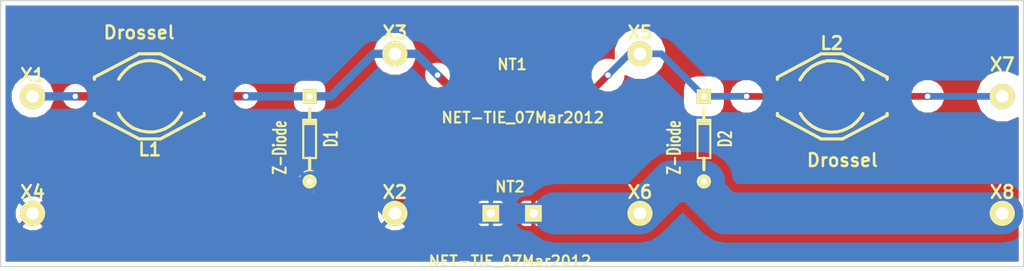
<source format=kicad_pcb>
(kicad_pcb (version 4) (host pcbnew 4.0.0~rc1a-stable)

  (general
    (links 14)
    (no_connects 0)
    (area 120.146458 52.626 248.026543 88.471)
    (thickness 1.6)
    (drawings 4)
    (tracks 50)
    (zones 0)
    (modules 14)
    (nets 8)
  )

  (page A4)
  (layers
    (0 F.Cu signal)
    (31 B.Cu signal)
    (32 B.Adhes user)
    (33 F.Adhes user)
    (34 B.Paste user)
    (35 F.Paste user)
    (36 B.SilkS user)
    (37 F.SilkS user)
    (38 B.Mask user)
    (39 F.Mask user)
    (40 Dwgs.User user)
    (41 Cmts.User user)
    (42 Eco1.User user)
    (43 Eco2.User user)
    (44 Edge.Cuts user)
  )

  (setup
    (last_trace_width 0.3)
    (user_trace_width 0.3)
    (user_trace_width 0.8)
    (user_trace_width 0.8)
    (user_trace_width 1)
    (user_trace_width 2)
    (user_trace_width 2.45)
    (user_trace_width 3)
    (user_trace_width 5)
    (trace_clearance 0.254)
    (zone_clearance 0.508)
    (zone_45_only no)
    (trace_min 0.254)
    (segment_width 0.2)
    (edge_width 0.15)
    (via_size 0.889)
    (via_drill 0.635)
    (via_min_size 0.889)
    (via_min_drill 0.508)
    (uvia_size 0.508)
    (uvia_drill 0.127)
    (uvias_allowed no)
    (uvia_min_size 0.508)
    (uvia_min_drill 0.127)
    (pcb_text_width 0.3)
    (pcb_text_size 1 1)
    (mod_edge_width 0.15)
    (mod_text_size 1 1)
    (mod_text_width 0.15)
    (pad_size 0.6 0.9)
    (pad_drill 0)
    (pad_to_mask_clearance 0)
    (aux_axis_origin 0 0)
    (visible_elements 7FFFFFFF)
    (pcbplotparams
      (layerselection 0x000a8_00000001)
      (usegerberextensions true)
      (excludeedgelayer true)
      (linewidth 0.100000)
      (plotframeref false)
      (viasonmask false)
      (mode 1)
      (useauxorigin false)
      (hpglpennumber 1)
      (hpglpenspeed 20)
      (hpglpendiameter 15)
      (hpglpenoverlay 2)
      (psnegative false)
      (psa4output false)
      (plotreference true)
      (plotvalue true)
      (plotinvisibletext false)
      (padsonsilk false)
      (subtractmaskfromsilk false)
      (outputformat 1)
      (mirror false)
      (drillshape 0)
      (scaleselection 1)
      (outputdirectory ""))
  )

  (net 0 "")
  (net 1 GNDPWR)
  (net 2 GND)
  (net 3 "Net-(D2-Pad2)")
  (net 4 "Net-(L1-Pad1)")
  (net 5 "Net-(L2-Pad1)")
  (net 6 /Input)
  (net 7 /NettieNT1)

  (net_class Default "This is the default net class."
    (clearance 0.254)
    (trace_width 0.254)
    (via_dia 0.889)
    (via_drill 0.635)
    (uvia_dia 0.508)
    (uvia_drill 0.127)
  )

  (net_class CopperInFootprint ""
    (clearance 3)
    (trace_width 1)
    (via_dia 0.889)
    (via_drill 0.635)
    (uvia_dia 0.508)
    (uvia_drill 0.127)
    (add_net /NettieNT1)
  )

  (net_class GND ""
    (clearance 1)
    (trace_width 5)
    (via_dia 0.889)
    (via_drill 0.635)
    (uvia_dia 0.508)
    (uvia_drill 0.127)
    (add_net GND)
  )

  (net_class GND-2 ""
    (clearance 2)
    (trace_width 2)
    (via_dia 0.889)
    (via_drill 0.635)
    (uvia_dia 0.508)
    (uvia_drill 0.127)
    (add_net GNDPWR)
  )

  (net_class coplanar50-Ohm ""
    (clearance 1)
    (trace_width 2.45)
    (via_dia 0.889)
    (via_drill 0.635)
    (uvia_dia 0.508)
    (uvia_drill 0.127)
  )

  (net_class schmal ""
    (clearance 0.3)
    (trace_width 0.3)
    (via_dia 0.889)
    (via_drill 0.635)
    (uvia_dia 0.508)
    (uvia_drill 0.127)
  )

  (net_class test-2 ""
    (clearance 1)
    (trace_width 1)
    (via_dia 0.889)
    (via_drill 0.635)
    (uvia_dia 0.508)
    (uvia_drill 0.127)
    (add_net /Input)
    (add_net "Net-(L1-Pad1)")
  )

  (net_class test-3 ""
    (clearance 1.5)
    (trace_width 0.8)
    (via_dia 0.889)
    (via_drill 0.635)
    (uvia_dia 0.508)
    (uvia_drill 0.127)
    (add_net "Net-(D2-Pad2)")
    (add_net "Net-(L2-Pad1)")
  )

  (module Oddities_RevA_10Mar2011:NetTie-I_Connected_SMD_RevA_20Mar2011 (layer F.Cu) (tedit 56C7657B) (tstamp 56C755D3)
    (at 184.404 64.897)
    (descr "Just a \"Net tie\" as an more or less elegant way to connect two different nets without disturbing ERC and DRC.")
    (tags "Just a \"Net tie\" as an more or less elegant way to connect two different nets without disturbing ERC and DRC.")
    (path /56C74BA6)
    (fp_text reference NT1 (at -0.254 -3.937) (layer F.SilkS)
      (effects (font (size 1.27 1.27) (thickness 0.254)))
    )
    (fp_text value NET-TIE_07Mar2012 (at 1.016 2.413) (layer F.SilkS)
      (effects (font (size 1.27 1.27) (thickness 0.254)))
    )
    (pad 1 smd rect (at -2.54 0) (size 1.99898 1.99898) (layers F.Cu F.Paste F.Mask)
      (net 6 /Input))
    (pad 2 smd rect (at 6.7 0) (size 1.99898 1.99898) (layers F.Cu F.Paste F.Mask)
      (net 3 "Net-(D2-Pad2)"))
  )

  (module Oddities_RevA_10Mar2011:NetTie-I_RevA_20Mar2011 (layer F.Cu) (tedit 56C75FB8) (tstamp 56C755EB)
    (at 184.15 78.74)
    (descr "Just a \"Net tie\" as an more or less elegant way to connect two different nets without disturbing ERC and DRC. Make connection between 1 and 2 by yourself.")
    (tags "Just a \"Net tie\" as an more or less elegant way to connect two different nets without disturbing ERC and DRC. Make connection between 1 and 2 by yourself.")
    (path /56C7680C)
    (fp_text reference NT2 (at -0.254 -3.175) (layer F.SilkS)
      (effects (font (size 1.27 1.27) (thickness 0.254)))
    )
    (fp_text value NET-TIE_07Mar2012 (at -0.254 5.715) (layer F.SilkS)
      (effects (font (size 1.27 1.27) (thickness 0.254)))
    )
    (pad 1 thru_hole rect (at -2.54 0) (size 1.99898 1.99898) (drill 1.00076) (layers *.Cu *.Mask F.SilkS)
      (net 1 GNDPWR))
    (pad 2 thru_hole rect (at 2.54 0) (size 1.99898 1.99898) (drill 1.00076) (layers *.Cu *.Mask F.SilkS)
      (net 2 GND))
  )

  (module Dioden_ThroughHole_RevC:Diode_DO-35_SOD27_Horizontal_RM10 (layer F.Cu) (tedit 4D93C165) (tstamp 56C753C4)
    (at 160.02 69.85 90)
    (descr "Diode, DO-35,  SOD27, Horizontal, RM 10mm")
    (tags "Diode, DO-35, SOD27, Horizontal, RM 10mm, 1N4148,")
    (path /5588715E)
    (fp_text reference D1 (at 0 2.54 90) (layer F.SilkS)
      (effects (font (size 1.524 1.016) (thickness 0.254)))
    )
    (fp_text value Z-Diode (at -1.016 -3.556 90) (layer F.SilkS)
      (effects (font (size 1.524 1.016) (thickness 0.254)))
    )
    (fp_line (start -2.286 0) (end -3.683 0) (layer F.SilkS) (width 0.381))
    (fp_line (start 2.159 0) (end 3.683 0) (layer F.SilkS) (width 0.381))
    (fp_line (start 1.778 -0.762) (end 1.778 0.762) (layer F.SilkS) (width 0.254))
    (fp_line (start 2.032 -0.762) (end 2.032 0.762) (layer F.SilkS) (width 0.254))
    (fp_line (start 2.286 0) (end 2.286 0.762) (layer F.SilkS) (width 0.254))
    (fp_line (start 2.286 0.762) (end -2.286 0.762) (layer F.SilkS) (width 0.254))
    (fp_line (start -2.286 0.762) (end -2.286 -0.762) (layer F.SilkS) (width 0.254))
    (fp_line (start -2.286 -0.762) (end 2.286 -0.762) (layer F.SilkS) (width 0.254))
    (fp_line (start 2.286 -0.762) (end 2.286 0) (layer F.SilkS) (width 0.254))
    (pad 1 thru_hole circle (at -5.08 0 90) (size 1.69926 1.69926) (drill 0.70104) (layers *.Cu *.Mask F.SilkS)
      (net 1 GNDPWR))
    (pad 2 thru_hole rect (at 5.08 0 90) (size 1.69926 1.69926) (drill 0.70104) (layers *.Cu *.Mask F.SilkS)
      (net 6 /Input))
    (model discret/diode.wrl
      (at (xyz 0 0 0))
      (scale (xyz 0.4 0.4 0.4))
      (rotate (xyz 0 0 0))
    )
  )

  (module Dioden_ThroughHole_RevC:Diode_DO-35_SOD27_Horizontal_RM10 (layer F.Cu) (tedit 4D93C165) (tstamp 56C753CA)
    (at 207.01 69.85 90)
    (descr "Diode, DO-35,  SOD27, Horizontal, RM 10mm")
    (tags "Diode, DO-35, SOD27, Horizontal, RM 10mm, 1N4148,")
    (path /56C74D20)
    (fp_text reference D2 (at 0 2.54 90) (layer F.SilkS)
      (effects (font (size 1.524 1.016) (thickness 0.254)))
    )
    (fp_text value Z-Diode (at -1.016 -3.556 90) (layer F.SilkS)
      (effects (font (size 1.524 1.016) (thickness 0.254)))
    )
    (fp_line (start -2.286 0) (end -3.683 0) (layer F.SilkS) (width 0.381))
    (fp_line (start 2.159 0) (end 3.683 0) (layer F.SilkS) (width 0.381))
    (fp_line (start 1.778 -0.762) (end 1.778 0.762) (layer F.SilkS) (width 0.254))
    (fp_line (start 2.032 -0.762) (end 2.032 0.762) (layer F.SilkS) (width 0.254))
    (fp_line (start 2.286 0) (end 2.286 0.762) (layer F.SilkS) (width 0.254))
    (fp_line (start 2.286 0.762) (end -2.286 0.762) (layer F.SilkS) (width 0.254))
    (fp_line (start -2.286 0.762) (end -2.286 -0.762) (layer F.SilkS) (width 0.254))
    (fp_line (start -2.286 -0.762) (end 2.286 -0.762) (layer F.SilkS) (width 0.254))
    (fp_line (start 2.286 -0.762) (end 2.286 0) (layer F.SilkS) (width 0.254))
    (pad 1 thru_hole circle (at -5.08 0 90) (size 1.69926 1.69926) (drill 0.70104) (layers *.Cu *.Mask F.SilkS)
      (net 2 GND))
    (pad 2 thru_hole rect (at 5.08 0 90) (size 1.69926 1.69926) (drill 0.70104) (layers *.Cu *.Mask F.SilkS)
      (net 3 "Net-(D2-Pad2)"))
    (model discret/diode.wrl
      (at (xyz 0 0 0))
      (scale (xyz 0.4 0.4 0.4))
      (rotate (xyz 0 0 0))
    )
  )

  (module Choke_SMD_RevB_28Dez2012:Choke_SMD_PISN_FASTRON (layer F.Cu) (tedit 4BF41A3D) (tstamp 56C753D0)
    (at 140.97 64.77 180)
    (descr "Choke, Drossel, PISN, SMD, Fastron,")
    (tags "Choke, Drossel, PISN, SMD, Fastron,")
    (path /55886A40)
    (fp_text reference L1 (at 0 -6.35 180) (layer F.SilkS)
      (effects (font (thickness 0.3048)))
    )
    (fp_text value Drossel (at 1.27 7.62 180) (layer F.SilkS)
      (effects (font (thickness 0.3048)))
    )
    (fp_line (start 0 -0.254) (end 0 0.254) (layer F.Adhes) (width 0.381))
    (fp_circle (center 0 0) (end 0.254 1.016) (layer F.Adhes) (width 0.381))
    (fp_circle (center 0 0) (end 0.254 0.762) (layer F.Adhes) (width 0.381))
    (fp_circle (center 0 0) (end 0 0.508) (layer F.Adhes) (width 0.381))
    (fp_circle (center 0 0) (end 0.254 0) (layer F.Adhes) (width 0.381))
    (fp_line (start 0 -4.25704) (end -0.54864 -4.24688) (layer F.SilkS) (width 0.381))
    (fp_line (start -0.54864 -4.24688) (end -1.143 -4.10972) (layer F.SilkS) (width 0.381))
    (fp_line (start -1.143 -4.10972) (end -1.73736 -3.90652) (layer F.SilkS) (width 0.381))
    (fp_line (start -1.73736 -3.90652) (end -2.34696 -3.57124) (layer F.SilkS) (width 0.381))
    (fp_line (start -2.34696 -3.57124) (end -2.86004 -3.175) (layer F.SilkS) (width 0.381))
    (fp_line (start -2.86004 -3.175) (end -3.26136 -2.76352) (layer F.SilkS) (width 0.381))
    (fp_line (start -3.26136 -2.76352) (end -3.61188 -2.27076) (layer F.SilkS) (width 0.381))
    (fp_line (start -3.61188 -2.27076) (end -3.7846 -1.97104) (layer F.SilkS) (width 0.381))
    (fp_line (start -3.7846 -1.97104) (end -3.7846 -1.98628) (layer F.SilkS) (width 0.381))
    (fp_line (start -0.0254 -4.25704) (end 0.44704 -4.22656) (layer F.SilkS) (width 0.381))
    (fp_line (start 0.44704 -4.22656) (end 1.143 -4.09956) (layer F.SilkS) (width 0.381))
    (fp_line (start 1.143 -4.09956) (end 1.97612 -3.79984) (layer F.SilkS) (width 0.381))
    (fp_line (start 1.97612 -3.79984) (end 2.57048 -3.4036) (layer F.SilkS) (width 0.381))
    (fp_line (start 2.57048 -3.4036) (end 3.11912 -2.90068) (layer F.SilkS) (width 0.381))
    (fp_line (start 3.11912 -2.90068) (end 3.52044 -2.41808) (layer F.SilkS) (width 0.381))
    (fp_line (start 3.52044 -2.41808) (end 3.74904 -1.99644) (layer F.SilkS) (width 0.381))
    (fp_line (start 0 4.28244) (end -0.40132 4.24688) (layer F.SilkS) (width 0.381))
    (fp_line (start -0.40132 4.24688) (end -0.99568 4.14528) (layer F.SilkS) (width 0.381))
    (fp_line (start -0.99568 4.14528) (end -1.69164 3.91668) (layer F.SilkS) (width 0.381))
    (fp_line (start -1.69164 3.91668) (end -2.35712 3.55092) (layer F.SilkS) (width 0.381))
    (fp_line (start -2.35712 3.55092) (end -2.88036 3.13944) (layer F.SilkS) (width 0.381))
    (fp_line (start -2.88036 3.13944) (end -3.41884 2.5654) (layer F.SilkS) (width 0.381))
    (fp_line (start -3.41884 2.5654) (end -3.74904 2.032) (layer F.SilkS) (width 0.381))
    (fp_line (start 0 4.27228) (end 0.59436 4.23672) (layer F.SilkS) (width 0.381))
    (fp_line (start 0.59436 4.23672) (end 1.22428 4.09956) (layer F.SilkS) (width 0.381))
    (fp_line (start 1.22428 4.09956) (end 1.81864 3.84556) (layer F.SilkS) (width 0.381))
    (fp_line (start 1.81864 3.84556) (end 2.3876 3.54076) (layer F.SilkS) (width 0.381))
    (fp_line (start 2.3876 3.54076) (end 2.91592 3.08356) (layer F.SilkS) (width 0.381))
    (fp_line (start 2.91592 3.08356) (end 3.38328 2.5654) (layer F.SilkS) (width 0.381))
    (fp_line (start 3.38328 2.5654) (end 3.71348 2.05232) (layer F.SilkS) (width 0.381))
    (fp_line (start -1.27 -5.08) (end 1.27 -5.08) (layer F.SilkS) (width 0.381))
    (fp_line (start -1.27 5.08) (end 1.27 5.08) (layer F.SilkS) (width 0.381))
    (fp_line (start 1.27 5.08) (end 6.604 2.286) (layer F.SilkS) (width 0.381))
    (fp_line (start 6.604 2.286) (end 6.604 2.032) (layer F.SilkS) (width 0.381))
    (fp_line (start -1.27 5.08) (end -6.477 2.286) (layer F.SilkS) (width 0.381))
    (fp_line (start -6.477 2.286) (end -6.477 2.032) (layer F.SilkS) (width 0.381))
    (fp_line (start 1.27 -5.08) (end 6.604 -2.286) (layer F.SilkS) (width 0.381))
    (fp_line (start 6.604 -2.286) (end 6.604 -2.032) (layer F.SilkS) (width 0.381))
    (fp_line (start -6.477 -2.286) (end -6.477 -2.032) (layer F.SilkS) (width 0.381))
    (fp_line (start -1.27 -5.08) (end -6.477 -2.286) (layer F.SilkS) (width 0.381))
    (pad 2 smd rect (at -5.15112 0.01016 180) (size 2.99974 2.99974) (layers F.Cu F.Paste F.Mask)
      (net 6 /Input))
    (pad 1 smd rect (at 5.1816 0 180) (size 2.99974 2.99974) (layers F.Cu F.Paste F.Mask)
      (net 4 "Net-(L1-Pad1)"))
  )

  (module Choke_SMD_RevB_28Dez2012:Choke_SMD_PISN_FASTRON (layer F.Cu) (tedit 4BF41A3D) (tstamp 56C753D6)
    (at 222.25 64.77)
    (descr "Choke, Drossel, PISN, SMD, Fastron,")
    (tags "Choke, Drossel, PISN, SMD, Fastron,")
    (path /56C74D26)
    (fp_text reference L2 (at 0 -6.35) (layer F.SilkS)
      (effects (font (thickness 0.3048)))
    )
    (fp_text value Drossel (at 1.27 7.62) (layer F.SilkS)
      (effects (font (thickness 0.3048)))
    )
    (fp_line (start 0 -0.254) (end 0 0.254) (layer F.Adhes) (width 0.381))
    (fp_circle (center 0 0) (end 0.254 1.016) (layer F.Adhes) (width 0.381))
    (fp_circle (center 0 0) (end 0.254 0.762) (layer F.Adhes) (width 0.381))
    (fp_circle (center 0 0) (end 0 0.508) (layer F.Adhes) (width 0.381))
    (fp_circle (center 0 0) (end 0.254 0) (layer F.Adhes) (width 0.381))
    (fp_line (start 0 -4.25704) (end -0.54864 -4.24688) (layer F.SilkS) (width 0.381))
    (fp_line (start -0.54864 -4.24688) (end -1.143 -4.10972) (layer F.SilkS) (width 0.381))
    (fp_line (start -1.143 -4.10972) (end -1.73736 -3.90652) (layer F.SilkS) (width 0.381))
    (fp_line (start -1.73736 -3.90652) (end -2.34696 -3.57124) (layer F.SilkS) (width 0.381))
    (fp_line (start -2.34696 -3.57124) (end -2.86004 -3.175) (layer F.SilkS) (width 0.381))
    (fp_line (start -2.86004 -3.175) (end -3.26136 -2.76352) (layer F.SilkS) (width 0.381))
    (fp_line (start -3.26136 -2.76352) (end -3.61188 -2.27076) (layer F.SilkS) (width 0.381))
    (fp_line (start -3.61188 -2.27076) (end -3.7846 -1.97104) (layer F.SilkS) (width 0.381))
    (fp_line (start -3.7846 -1.97104) (end -3.7846 -1.98628) (layer F.SilkS) (width 0.381))
    (fp_line (start -0.0254 -4.25704) (end 0.44704 -4.22656) (layer F.SilkS) (width 0.381))
    (fp_line (start 0.44704 -4.22656) (end 1.143 -4.09956) (layer F.SilkS) (width 0.381))
    (fp_line (start 1.143 -4.09956) (end 1.97612 -3.79984) (layer F.SilkS) (width 0.381))
    (fp_line (start 1.97612 -3.79984) (end 2.57048 -3.4036) (layer F.SilkS) (width 0.381))
    (fp_line (start 2.57048 -3.4036) (end 3.11912 -2.90068) (layer F.SilkS) (width 0.381))
    (fp_line (start 3.11912 -2.90068) (end 3.52044 -2.41808) (layer F.SilkS) (width 0.381))
    (fp_line (start 3.52044 -2.41808) (end 3.74904 -1.99644) (layer F.SilkS) (width 0.381))
    (fp_line (start 0 4.28244) (end -0.40132 4.24688) (layer F.SilkS) (width 0.381))
    (fp_line (start -0.40132 4.24688) (end -0.99568 4.14528) (layer F.SilkS) (width 0.381))
    (fp_line (start -0.99568 4.14528) (end -1.69164 3.91668) (layer F.SilkS) (width 0.381))
    (fp_line (start -1.69164 3.91668) (end -2.35712 3.55092) (layer F.SilkS) (width 0.381))
    (fp_line (start -2.35712 3.55092) (end -2.88036 3.13944) (layer F.SilkS) (width 0.381))
    (fp_line (start -2.88036 3.13944) (end -3.41884 2.5654) (layer F.SilkS) (width 0.381))
    (fp_line (start -3.41884 2.5654) (end -3.74904 2.032) (layer F.SilkS) (width 0.381))
    (fp_line (start 0 4.27228) (end 0.59436 4.23672) (layer F.SilkS) (width 0.381))
    (fp_line (start 0.59436 4.23672) (end 1.22428 4.09956) (layer F.SilkS) (width 0.381))
    (fp_line (start 1.22428 4.09956) (end 1.81864 3.84556) (layer F.SilkS) (width 0.381))
    (fp_line (start 1.81864 3.84556) (end 2.3876 3.54076) (layer F.SilkS) (width 0.381))
    (fp_line (start 2.3876 3.54076) (end 2.91592 3.08356) (layer F.SilkS) (width 0.381))
    (fp_line (start 2.91592 3.08356) (end 3.38328 2.5654) (layer F.SilkS) (width 0.381))
    (fp_line (start 3.38328 2.5654) (end 3.71348 2.05232) (layer F.SilkS) (width 0.381))
    (fp_line (start -1.27 -5.08) (end 1.27 -5.08) (layer F.SilkS) (width 0.381))
    (fp_line (start -1.27 5.08) (end 1.27 5.08) (layer F.SilkS) (width 0.381))
    (fp_line (start 1.27 5.08) (end 6.604 2.286) (layer F.SilkS) (width 0.381))
    (fp_line (start 6.604 2.286) (end 6.604 2.032) (layer F.SilkS) (width 0.381))
    (fp_line (start -1.27 5.08) (end -6.477 2.286) (layer F.SilkS) (width 0.381))
    (fp_line (start -6.477 2.286) (end -6.477 2.032) (layer F.SilkS) (width 0.381))
    (fp_line (start 1.27 -5.08) (end 6.604 -2.286) (layer F.SilkS) (width 0.381))
    (fp_line (start 6.604 -2.286) (end 6.604 -2.032) (layer F.SilkS) (width 0.381))
    (fp_line (start -6.477 -2.286) (end -6.477 -2.032) (layer F.SilkS) (width 0.381))
    (fp_line (start -1.27 -5.08) (end -6.477 -2.286) (layer F.SilkS) (width 0.381))
    (pad 2 smd rect (at -5.15112 0.01016) (size 2.99974 2.99974) (layers F.Cu F.Paste F.Mask)
      (net 3 "Net-(D2-Pad2)"))
    (pad 1 smd rect (at 5.1816 0) (size 2.99974 2.99974) (layers F.Cu F.Paste F.Mask)
      (net 5 "Net-(L2-Pad1)"))
  )

  (module Measurement_Point_RevA:Measurement_Point_Round-TH_Big (layer F.Cu) (tedit 4BBC4584) (tstamp 56C753DB)
    (at 127 64.77)
    (descr "Mesurement Point, Square, Trough Hole,  DM 3mm, Drill 1.5mm,")
    (tags "Mesurement Point, Square, Trough Hole, DM 3mm, Drill 1.5mm,")
    (path /55886AC6)
    (fp_text reference X1 (at 0 -2.54) (layer F.SilkS)
      (effects (font (thickness 0.3048)))
    )
    (fp_text value "+ IN" (at 0 3.81) (layer F.SilkS) hide
      (effects (font (thickness 0.3048)))
    )
    (pad 1 thru_hole circle (at 0 0) (size 2.99974 2.99974) (drill 1.50114) (layers *.Cu *.Mask F.SilkS)
      (net 4 "Net-(L1-Pad1)"))
  )

  (module Measurement_Point_RevA:Measurement_Point_Round-TH_Big (layer F.Cu) (tedit 4BBC4584) (tstamp 56C753E0)
    (at 170.18 78.74)
    (descr "Mesurement Point, Square, Trough Hole,  DM 3mm, Drill 1.5mm,")
    (tags "Mesurement Point, Square, Trough Hole, DM 3mm, Drill 1.5mm,")
    (path /55886AE2)
    (fp_text reference X2 (at 0 -2.54) (layer F.SilkS)
      (effects (font (thickness 0.3048)))
    )
    (fp_text value -IN (at 0 3.81) (layer F.SilkS) hide
      (effects (font (thickness 0.3048)))
    )
    (pad 1 thru_hole circle (at 0 0) (size 2.99974 2.99974) (drill 1.50114) (layers *.Cu *.Mask F.SilkS)
      (net 1 GNDPWR))
  )

  (module Measurement_Point_RevA:Measurement_Point_Round-TH_Big (layer F.Cu) (tedit 4BBC4584) (tstamp 56C753E5)
    (at 170.18 59.69)
    (descr "Mesurement Point, Square, Trough Hole,  DM 3mm, Drill 1.5mm,")
    (tags "Mesurement Point, Square, Trough Hole, DM 3mm, Drill 1.5mm,")
    (path /55886A7D)
    (fp_text reference X3 (at 0 -2.54) (layer F.SilkS)
      (effects (font (thickness 0.3048)))
    )
    (fp_text value "+ OUT" (at 0 3.81) (layer F.SilkS) hide
      (effects (font (thickness 0.3048)))
    )
    (pad 1 thru_hole circle (at 0 0) (size 2.99974 2.99974) (drill 1.50114) (layers *.Cu *.Mask F.SilkS)
      (net 6 /Input))
  )

  (module Measurement_Point_RevA:Measurement_Point_Round-TH_Big (layer F.Cu) (tedit 4BBC4584) (tstamp 56C753EA)
    (at 127 78.74)
    (descr "Mesurement Point, Square, Trough Hole,  DM 3mm, Drill 1.5mm,")
    (tags "Mesurement Point, Square, Trough Hole, DM 3mm, Drill 1.5mm,")
    (path /55886AA9)
    (fp_text reference X4 (at 0 -2.54) (layer F.SilkS)
      (effects (font (thickness 0.3048)))
    )
    (fp_text value "- OUT" (at 0 3.81) (layer F.SilkS) hide
      (effects (font (thickness 0.3048)))
    )
    (pad 1 thru_hole circle (at 0 0) (size 2.99974 2.99974) (drill 1.50114) (layers *.Cu *.Mask F.SilkS)
      (net 1 GNDPWR))
  )

  (module Measurement_Point_RevA:Measurement_Point_Round-TH_Big (layer F.Cu) (tedit 4BBC4584) (tstamp 56C753EF)
    (at 199.39 59.69)
    (descr "Mesurement Point, Square, Trough Hole,  DM 3mm, Drill 1.5mm,")
    (tags "Mesurement Point, Square, Trough Hole, DM 3mm, Drill 1.5mm,")
    (path /56C74D2C)
    (fp_text reference X5 (at 0 -2.54) (layer F.SilkS)
      (effects (font (thickness 0.3048)))
    )
    (fp_text value "+ OUT" (at 0 3.81) (layer F.SilkS) hide
      (effects (font (thickness 0.3048)))
    )
    (pad 1 thru_hole circle (at 0 0) (size 2.99974 2.99974) (drill 1.50114) (layers *.Cu *.Mask F.SilkS)
      (net 3 "Net-(D2-Pad2)"))
  )

  (module Measurement_Point_RevA:Measurement_Point_Round-TH_Big (layer F.Cu) (tedit 4BBC4584) (tstamp 56C753F4)
    (at 199.39 78.74)
    (descr "Mesurement Point, Square, Trough Hole,  DM 3mm, Drill 1.5mm,")
    (tags "Mesurement Point, Square, Trough Hole, DM 3mm, Drill 1.5mm,")
    (path /56C74D32)
    (fp_text reference X6 (at 0 -2.54) (layer F.SilkS)
      (effects (font (thickness 0.3048)))
    )
    (fp_text value "- OUT" (at 0 3.81) (layer F.SilkS) hide
      (effects (font (thickness 0.3048)))
    )
    (pad 1 thru_hole circle (at 0 0) (size 2.99974 2.99974) (drill 1.50114) (layers *.Cu *.Mask F.SilkS)
      (net 2 GND))
  )

  (module Measurement_Point_RevA:Measurement_Point_Round-TH_Big (layer F.Cu) (tedit 56C758C4) (tstamp 56C753F9)
    (at 242.189 65.913)
    (descr "Mesurement Point, Square, Trough Hole,  DM 3mm, Drill 1.5mm,")
    (tags "Mesurement Point, Square, Trough Hole, DM 3mm, Drill 1.5mm,")
    (path /56C74D38)
    (fp_text reference X7 (at 0.381 -4.953) (layer F.SilkS)
      (effects (font (thickness 0.3048)))
    )
    (fp_text value "+ IN" (at 0 3.81) (layer F.SilkS) hide
      (effects (font (thickness 0.3048)))
    )
    (pad 1 thru_hole circle (at 0.381 -1.143) (size 2.99974 2.99974) (drill 1.50114) (layers *.Cu *.Mask F.SilkS)
      (net 5 "Net-(L2-Pad1)"))
  )

  (module Measurement_Point_RevA:Measurement_Point_Round-TH_Big (layer F.Cu) (tedit 4BBC4584) (tstamp 56C753FE)
    (at 242.57 78.74)
    (descr "Mesurement Point, Square, Trough Hole,  DM 3mm, Drill 1.5mm,")
    (tags "Mesurement Point, Square, Trough Hole, DM 3mm, Drill 1.5mm,")
    (path /56C74D3E)
    (fp_text reference X8 (at 0 -2.54) (layer F.SilkS)
      (effects (font (thickness 0.3048)))
    )
    (fp_text value -IN (at 0 3.81) (layer F.SilkS) hide
      (effects (font (thickness 0.3048)))
    )
    (pad 1 thru_hole circle (at 0 0) (size 2.99974 2.99974) (drill 1.50114) (layers *.Cu *.Mask F.SilkS)
      (net 2 GND))
  )

  (gr_line (start 245.11 85.09) (end 245.11 53.34) (angle 90) (layer Edge.Cuts) (width 0.15))
  (gr_line (start 123.19 85.09) (end 245.11 85.09) (angle 90) (layer Edge.Cuts) (width 0.15))
  (gr_line (start 123.19 53.34) (end 123.19 85.09) (angle 90) (layer Edge.Cuts) (width 0.15))
  (gr_line (start 245.11 53.34) (end 123.19 53.34) (angle 90) (layer Edge.Cuts) (width 0.15))

  (segment (start 182.504 64.897) (end 190.604 64.897) (layer F.Cu) (width 1.2) (net 7))
  (segment (start 170.18 78.74) (end 170.18 78.12) (width 2) (layer F.Cu) (net 1))
  (segment (start 170.18 78.12) (end 174.9 73.4) (width 2) (layer F.Cu) (net 1) (tstamp 56C79FF1))
  (segment (start 174.9 73.4) (end 174.9 73.3) (width 2) (layer F.Cu) (net 1) (tstamp 56C79FF4))
  (segment (start 170.18 78.74) (end 170.18 77.47) (width 0.3) (layer F.Cu) (net 1))
  (segment (start 181.61 78.74) (end 186.69 78.74) (width 2.45) (layer B.Cu) (net 1))
  (segment (start 170.18 78.74) (end 181.61 78.74) (width 2.45) (layer B.Cu) (net 1))
  (segment (start 160.02 74.93) (end 166.37 74.93) (width 2.45) (layer B.Cu) (net 1))
  (segment (start 166.37 74.93) (end 170.18 78.74) (width 2.45) (layer B.Cu) (net 1) (tstamp 56C761A7))
  (segment (start 127 78.74) (end 156.21 78.74) (width 2.45) (layer B.Cu) (net 1))
  (segment (start 156.21 78.74) (end 160.02 74.93) (width 2.45) (layer B.Cu) (net 1) (tstamp 56C761A1))
  (segment (start 189.23 78.74) (end 186.69 78.74) (width 2.45) (layer B.Cu) (net 2))
  (segment (start 199.39 78.74) (end 189.23 78.74) (width 5) (layer B.Cu) (net 2))
  (segment (start 189.23 78.74) (end 190.5 78.74) (width 5) (layer B.Cu) (net 2) (tstamp 56C7616C))
  (segment (start 207.01 74.93) (end 203.2 74.93) (width 5) (layer B.Cu) (net 2))
  (segment (start 203.2 74.93) (end 199.39 78.74) (width 5) (layer B.Cu) (net 2) (tstamp 56C76168))
  (segment (start 242.57 78.74) (end 214.63 78.74) (width 5) (layer B.Cu) (net 2))
  (segment (start 207.01 76.2) (end 207.01 74.93) (width 5) (layer B.Cu) (net 2) (tstamp 56C76162))
  (segment (start 209.55 78.74) (end 207.01 76.2) (width 5) (layer B.Cu) (net 2) (tstamp 56C7615E))
  (segment (start 214.63 78.74) (end 209.55 78.74) (width 5) (layer B.Cu) (net 2) (tstamp 56C7615A))
  (segment (start 199.39 59.69) (end 198.12 59.69) (width 0.8) (layer B.Cu) (net 3))
  (segment (start 198.12 59.69) (end 195.58 62.23) (width 0.8) (layer B.Cu) (net 3) (tstamp 56C765F7))
  (segment (start 193.04 64.77) (end 191.231 64.77) (width 0.8) (layer F.Cu) (net 3) (tstamp 56C76601))
  (segment (start 195.58 62.23) (end 193.04 64.77) (width 0.8) (layer F.Cu) (net 3) (tstamp 56C76600))
  (via (at 195.58 62.23) (size 0.889) (drill 0.635) (layers F.Cu B.Cu) (net 3))
  (segment (start 191.231 64.77) (end 191.104 64.897) (width 0.8) (layer F.Cu) (net 3) (tstamp 56C76602))
  (segment (start 199.39 59.69) (end 201.93 59.69) (width 0.8) (layer B.Cu) (net 3))
  (segment (start 201.93 59.69) (end 207.01 64.77) (width 0.8) (layer B.Cu) (net 3) (tstamp 56C76139))
  (segment (start 207.01 64.77) (end 212.09 64.77) (width 0.8) (layer B.Cu) (net 3))
  (segment (start 212.10016 64.78016) (end 217.09888 64.78016) (width 0.8) (layer F.Cu) (net 3) (tstamp 56C76150))
  (segment (start 212.09 64.77) (end 212.10016 64.78016) (width 0.8) (layer F.Cu) (net 3) (tstamp 56C7614F))
  (via (at 212.09 64.77) (size 0.889) (drill 0.635) (layers F.Cu B.Cu) (net 3))
  (segment (start 127 64.77) (end 132.08 64.77) (width 1) (layer B.Cu) (net 4))
  (segment (start 132.08 64.77) (end 135.7884 64.77) (width 1) (layer F.Cu) (net 4) (tstamp 56C75E07))
  (via (at 132.08 64.77) (size 0.889) (drill 0.635) (layers F.Cu B.Cu) (net 4))
  (segment (start 227.4316 64.77) (end 233.68 64.77) (width 0.8) (layer F.Cu) (net 5))
  (segment (start 233.68 64.77) (end 242.57 64.77) (width 0.8) (layer B.Cu) (net 5) (tstamp 56C76156))
  (via (at 233.68 64.77) (size 0.889) (drill 0.635) (layers F.Cu B.Cu) (net 5))
  (segment (start 182.504 64.897) (end 190.604 64.897) (width 1.2) (layer F.Cu) (net 6))
  (segment (start 170.18 59.69) (end 172.72 59.69) (width 1) (layer B.Cu) (net 6))
  (segment (start 177.927 64.897) (end 181.864 64.897) (width 1) (layer F.Cu) (net 6) (tstamp 56C76117))
  (segment (start 175.26 62.23) (end 177.927 64.897) (width 1) (layer F.Cu) (net 6) (tstamp 56C76116))
  (via (at 175.26 62.23) (size 0.889) (drill 0.635) (layers F.Cu B.Cu) (net 6))
  (segment (start 172.72 59.69) (end 175.26 62.23) (width 1) (layer B.Cu) (net 6) (tstamp 56C76111))
  (segment (start 160.02 64.77) (end 162.56 64.77) (width 1) (layer B.Cu) (net 6))
  (segment (start 167.64 59.69) (end 170.18 59.69) (width 1) (layer B.Cu) (net 6) (tstamp 56C7610D))
  (segment (start 162.56 64.77) (end 167.64 59.69) (width 1) (layer B.Cu) (net 6) (tstamp 56C7610A))
  (segment (start 146.12112 64.75984) (end 152.38984 64.75984) (width 1) (layer F.Cu) (net 6))
  (segment (start 152.4 64.77) (end 160.02 64.77) (width 1) (layer B.Cu) (net 6) (tstamp 56C76105))
  (via (at 152.4 64.77) (size 0.889) (drill 0.635) (layers F.Cu B.Cu) (net 6))
  (segment (start 152.38984 64.75984) (end 152.4 64.77) (width 1) (layer F.Cu) (net 6) (tstamp 56C760FE))

  (zone (net 2) (net_name GND) (layer F.Cu) (tstamp 56C76701) (hatch edge 0.508)
    (connect_pads (clearance 0.508))
    (min_thickness 0.254)
    (fill yes (arc_segments 16) (thermal_gap 0.508) (thermal_bridge_width 0.508))
    (polygon
      (pts
        (xy 123.19 53.34) (xy 245.11 53.34) (xy 245.11 85.09) (xy 123.19 85.09)
      )
    )
    (filled_polygon
      (pts
        (xy 244.4 62.177271) (xy 244.343542 62.120714) (xy 243.194702 61.643674) (xy 241.950756 61.642588) (xy 240.801084 62.117623)
        (xy 239.920714 62.996458) (xy 239.443674 64.145298) (xy 239.442588 65.389244) (xy 239.917623 66.538916) (xy 240.796458 67.419286)
        (xy 241.945298 67.896326) (xy 243.189244 67.897412) (xy 244.338916 67.422377) (xy 244.4 67.3614) (xy 244.4 77.564176)
        (xy 244.083877 77.405728) (xy 242.749605 78.74) (xy 244.083877 80.074272) (xy 244.4 79.915824) (xy 244.4 84.38)
        (xy 123.9 84.38) (xy 123.9 80.734908) (xy 123.923496 80.791773) (xy 124.942861 81.812918) (xy 126.275406 82.366239)
        (xy 127.718264 82.367499) (xy 129.051773 81.816504) (xy 130.072918 80.797139) (xy 130.626239 79.464594) (xy 130.626244 79.458264)
        (xy 166.552501 79.458264) (xy 167.103496 80.791773) (xy 168.122861 81.812918) (xy 169.455406 82.366239) (xy 170.898264 82.367499)
        (xy 172.231773 81.816504) (xy 173.252918 80.797139) (xy 173.806239 79.464594) (xy 173.806718 78.915528) (xy 174.981736 77.74051)
        (xy 178.44184 77.74051) (xy 178.44184 79.73949) (xy 178.590154 80.527709) (xy 179.05599 81.25164) (xy 179.766776 81.737299)
        (xy 180.61051 81.90816) (xy 182.60949 81.90816) (xy 183.397709 81.759846) (xy 184.12164 81.29401) (xy 184.607299 80.583224)
        (xy 184.77816 79.73949) (xy 184.77816 79.02575) (xy 185.05551 79.02575) (xy 185.05551 79.8658) (xy 185.152183 80.099189)
        (xy 185.330812 80.277817) (xy 185.564201 80.37449) (xy 186.40425 80.37449) (xy 186.563 80.21574) (xy 186.563 78.867)
        (xy 186.817 78.867) (xy 186.817 80.21574) (xy 186.97575 80.37449) (xy 187.815799 80.37449) (xy 188.049188 80.277817)
        (xy 188.073128 80.253877) (xy 198.055728 80.253877) (xy 198.215495 80.572632) (xy 199.006217 80.882595) (xy 199.855366 80.866367)
        (xy 200.564505 80.572632) (xy 200.724272 80.253877) (xy 241.235728 80.253877) (xy 241.395495 80.572632) (xy 242.186217 80.882595)
        (xy 243.035366 80.866367) (xy 243.744505 80.572632) (xy 243.904272 80.253877) (xy 242.57 78.919605) (xy 241.235728 80.253877)
        (xy 200.724272 80.253877) (xy 199.39 78.919605) (xy 198.055728 80.253877) (xy 188.073128 80.253877) (xy 188.227817 80.099189)
        (xy 188.32449 79.8658) (xy 188.32449 79.02575) (xy 188.16574 78.867) (xy 186.817 78.867) (xy 186.563 78.867)
        (xy 185.21426 78.867) (xy 185.05551 79.02575) (xy 184.77816 79.02575) (xy 184.77816 77.74051) (xy 184.754394 77.6142)
        (xy 185.05551 77.6142) (xy 185.05551 78.45425) (xy 185.21426 78.613) (xy 186.563 78.613) (xy 186.563 77.26426)
        (xy 186.817 77.26426) (xy 186.817 78.613) (xy 188.16574 78.613) (xy 188.32449 78.45425) (xy 188.32449 78.356217)
        (xy 197.247405 78.356217) (xy 197.263633 79.205366) (xy 197.557368 79.914505) (xy 197.876123 80.074272) (xy 199.210395 78.74)
        (xy 199.569605 78.74) (xy 200.903877 80.074272) (xy 201.222632 79.914505) (xy 201.532595 79.123783) (xy 201.517927 78.356217)
        (xy 240.427405 78.356217) (xy 240.443633 79.205366) (xy 240.737368 79.914505) (xy 241.056123 80.074272) (xy 242.390395 78.74)
        (xy 241.056123 77.405728) (xy 240.737368 77.565495) (xy 240.427405 78.356217) (xy 201.517927 78.356217) (xy 201.516367 78.274634)
        (xy 201.222632 77.565495) (xy 200.903877 77.405728) (xy 199.569605 78.74) (xy 199.210395 78.74) (xy 197.876123 77.405728)
        (xy 197.557368 77.565495) (xy 197.247405 78.356217) (xy 188.32449 78.356217) (xy 188.32449 77.6142) (xy 188.227817 77.380811)
        (xy 188.073129 77.226123) (xy 198.055728 77.226123) (xy 199.39 78.560395) (xy 200.724272 77.226123) (xy 241.235728 77.226123)
        (xy 242.57 78.560395) (xy 243.904272 77.226123) (xy 243.744505 76.907368) (xy 242.953783 76.597405) (xy 242.104634 76.613633)
        (xy 241.395495 76.907368) (xy 241.235728 77.226123) (xy 200.724272 77.226123) (xy 200.564505 76.907368) (xy 199.773783 76.597405)
        (xy 198.924634 76.613633) (xy 198.215495 76.907368) (xy 198.055728 77.226123) (xy 188.073129 77.226123) (xy 188.049188 77.202183)
        (xy 187.815799 77.10551) (xy 186.97575 77.10551) (xy 186.817 77.26426) (xy 186.563 77.26426) (xy 186.40425 77.10551)
        (xy 185.564201 77.10551) (xy 185.330812 77.202183) (xy 185.152183 77.380811) (xy 185.05551 77.6142) (xy 184.754394 77.6142)
        (xy 184.629846 76.952291) (xy 184.16401 76.22836) (xy 183.791288 75.97369) (xy 206.145915 75.97369) (xy 206.226142 76.224953)
        (xy 206.781367 76.42635) (xy 207.371399 76.399941) (xy 207.793858 76.224953) (xy 207.874085 75.97369) (xy 207.01 75.109605)
        (xy 206.145915 75.97369) (xy 183.791288 75.97369) (xy 183.453224 75.742701) (xy 182.60949 75.57184) (xy 180.61051 75.57184)
        (xy 179.822291 75.720154) (xy 179.09836 76.18599) (xy 178.612701 76.896776) (xy 178.44184 77.74051) (xy 174.981736 77.74051)
        (xy 177.111123 75.611123) (xy 177.719002 74.701367) (xy 205.51365 74.701367) (xy 205.540059 75.291399) (xy 205.715047 75.713858)
        (xy 205.96631 75.794085) (xy 206.830395 74.93) (xy 207.189605 74.93) (xy 208.05369 75.794085) (xy 208.304953 75.713858)
        (xy 208.50635 75.158633) (xy 208.479941 74.568601) (xy 208.304953 74.146142) (xy 208.05369 74.065915) (xy 207.189605 74.93)
        (xy 206.830395 74.93) (xy 205.96631 74.065915) (xy 205.715047 74.146142) (xy 205.51365 74.701367) (xy 177.719002 74.701367)
        (xy 177.788971 74.596651) (xy 177.930266 73.88631) (xy 206.145915 73.88631) (xy 207.01 74.750395) (xy 207.874085 73.88631)
        (xy 207.793858 73.635047) (xy 207.238633 73.43365) (xy 206.648601 73.460059) (xy 206.226142 73.635047) (xy 206.145915 73.88631)
        (xy 177.930266 73.88631) (xy 178.027 73.4) (xy 178.027 73.3) (xy 177.788971 72.103349) (xy 177.111123 71.088877)
        (xy 176.096651 70.411029) (xy 174.9 70.173) (xy 173.703349 70.411029) (xy 172.688877 71.088877) (xy 172.48751 71.390244)
        (xy 168.274835 75.602919) (xy 168.128227 75.663496) (xy 167.107082 76.682861) (xy 166.553761 78.015406) (xy 166.552501 79.458264)
        (xy 130.626244 79.458264) (xy 130.627499 78.021736) (xy 130.076504 76.688227) (xy 129.057139 75.667082) (xy 128.701701 75.519491)
        (xy 157.042854 75.519491) (xy 157.495064 76.613923) (xy 158.331673 77.451993) (xy 159.425314 77.906113) (xy 160.609491 77.907146)
        (xy 161.703923 77.454936) (xy 162.541993 76.618327) (xy 162.996113 75.524686) (xy 162.997146 74.340509) (xy 162.544936 73.246077)
        (xy 161.708327 72.408007) (xy 160.614686 71.953887) (xy 159.430509 71.952854) (xy 158.336077 72.405064) (xy 157.498007 73.241673)
        (xy 157.043887 74.335314) (xy 157.042854 75.519491) (xy 128.701701 75.519491) (xy 127.724594 75.113761) (xy 126.281736 75.112501)
        (xy 124.948227 75.663496) (xy 123.927082 76.682861) (xy 123.9 76.748082) (xy 123.9 65.290224) (xy 124.372675 65.290224)
        (xy 124.77175 66.256058) (xy 125.510055 66.995653) (xy 126.475191 67.396413) (xy 127.520224 67.397325) (xy 128.486058 66.99825)
        (xy 129.225653 66.259945) (xy 129.626413 65.294809) (xy 129.626871 64.77) (xy 130.453 64.77) (xy 130.508256 65.047792)
        (xy 130.508227 65.081219) (xy 130.521105 65.112385) (xy 130.576848 65.392626) (xy 130.734205 65.628128) (xy 130.74697 65.659021)
        (xy 130.770793 65.682886) (xy 130.929537 65.920463) (xy 131.16504 66.077821) (xy 131.188654 66.101476) (xy 131.219795 66.114407)
        (xy 131.457374 66.273152) (xy 131.735168 66.328409) (xy 131.766038 66.341227) (xy 131.799758 66.341256) (xy 132.08 66.397)
        (xy 133.163372 66.397) (xy 133.218036 66.687511) (xy 133.464861 67.071089) (xy 133.841474 67.328418) (xy 134.28853 67.418949)
        (xy 137.28827 67.418949) (xy 137.705911 67.340364) (xy 138.089489 67.093539) (xy 138.346818 66.716926) (xy 138.437349 66.26987)
        (xy 138.437349 63.27013) (xy 138.435438 63.25997) (xy 143.472171 63.25997) (xy 143.472171 66.25971) (xy 143.550756 66.677351)
        (xy 143.797581 67.060929) (xy 144.174194 67.318258) (xy 144.62125 67.408789) (xy 147.62099 67.408789) (xy 148.038631 67.330204)
        (xy 148.422209 67.083379) (xy 148.679538 66.706766) (xy 148.744325 66.38684) (xy 152.348922 66.38684) (xy 152.4 66.397)
        (xy 152.677792 66.341744) (xy 152.711219 66.341773) (xy 152.742385 66.328895) (xy 153.022626 66.273152) (xy 153.258125 66.115796)
        (xy 153.289021 66.10303) (xy 153.312888 66.079204) (xy 153.550462 65.920462) (xy 153.707818 65.684962) (xy 153.731476 65.661346)
        (xy 153.744408 65.630202) (xy 153.903152 65.392626) (xy 153.958409 65.114832) (xy 153.971227 65.083962) (xy 153.971256 65.050242)
        (xy 154.027 64.77) (xy 153.971744 64.492208) (xy 153.971773 64.458781) (xy 153.958895 64.427615) (xy 153.903152 64.147374)
        (xy 153.751472 63.92037) (xy 158.021291 63.92037) (xy 158.021291 65.61963) (xy 158.099876 66.037271) (xy 158.346701 66.420849)
        (xy 158.723314 66.678178) (xy 159.17037 66.768709) (xy 160.86963 66.768709) (xy 161.287271 66.690124) (xy 161.670849 66.443299)
        (xy 161.928178 66.066686) (xy 162.018709 65.61963) (xy 162.018709 63.92037) (xy 161.940124 63.502729) (xy 161.693299 63.119151)
        (xy 161.316686 62.861822) (xy 160.86963 62.771291) (xy 159.17037 62.771291) (xy 158.752729 62.849876) (xy 158.369151 63.096701)
        (xy 158.111822 63.473314) (xy 158.021291 63.92037) (xy 153.751472 63.92037) (xy 153.745795 63.911874) (xy 153.73303 63.880979)
        (xy 153.709205 63.857113) (xy 153.550462 63.619537) (xy 153.540303 63.609377) (xy 153.304853 63.452054) (xy 153.291346 63.438524)
        (xy 153.273534 63.431128) (xy 153.012466 63.256688) (xy 152.38984 63.13284) (xy 148.746148 63.13284) (xy 148.691484 62.842329)
        (xy 148.444659 62.458751) (xy 148.068046 62.201422) (xy 147.62099 62.110891) (xy 144.62125 62.110891) (xy 144.203609 62.189476)
        (xy 143.820031 62.436301) (xy 143.562702 62.812914) (xy 143.472171 63.25997) (xy 138.435438 63.25997) (xy 138.358764 62.852489)
        (xy 138.111939 62.468911) (xy 137.735326 62.211582) (xy 137.28827 62.121051) (xy 134.28853 62.121051) (xy 133.870889 62.199636)
        (xy 133.487311 62.446461) (xy 133.229982 62.823074) (xy 133.165195 63.143) (xy 132.08 63.143) (xy 131.802208 63.198256)
        (xy 131.768781 63.198227) (xy 131.737615 63.211105) (xy 131.457374 63.266848) (xy 131.221872 63.424205) (xy 131.190979 63.43697)
        (xy 131.167114 63.460793) (xy 130.929537 63.619537) (xy 130.772179 63.85504) (xy 130.748524 63.878654) (xy 130.735593 63.909795)
        (xy 130.576848 64.147374) (xy 130.521591 64.425168) (xy 130.508773 64.456038) (xy 130.508744 64.489758) (xy 130.453 64.77)
        (xy 129.626871 64.77) (xy 129.627325 64.249776) (xy 129.22825 63.283942) (xy 128.489945 62.544347) (xy 127.524809 62.143587)
        (xy 126.479776 62.142675) (xy 125.513942 62.54175) (xy 124.774347 63.280055) (xy 124.373587 64.245191) (xy 124.372675 65.290224)
        (xy 123.9 65.290224) (xy 123.9 60.210224) (xy 167.552675 60.210224) (xy 167.95175 61.176058) (xy 168.690055 61.915653)
        (xy 169.655191 62.316413) (xy 170.700224 62.317325) (xy 170.911566 62.23) (xy 173.633 62.23) (xy 173.688256 62.507792)
        (xy 173.688227 62.541219) (xy 173.701105 62.572385) (xy 173.756848 62.852626) (xy 173.914205 63.088128) (xy 173.92697 63.119021)
        (xy 173.950793 63.142886) (xy 174.109537 63.380463) (xy 176.776535 66.04746) (xy 176.776537 66.047463) (xy 177.217004 66.341773)
        (xy 177.304374 66.400152) (xy 177.927 66.524001) (xy 177.927005 66.524) (xy 179.929063 66.524) (xy 180.040841 66.697709)
        (xy 180.417454 66.955038) (xy 180.86451 67.045569) (xy 182.86349 67.045569) (xy 183.281131 66.966984) (xy 183.664709 66.720159)
        (xy 183.730412 66.624) (xy 188.63925 66.624) (xy 188.915416 67.053174) (xy 189.459115 67.424668) (xy 190.10451 67.555364)
        (xy 192.10349 67.555364) (xy 192.70642 67.441915) (xy 193.260174 67.085584) (xy 193.523 66.700925) (xy 193.687003 66.668303)
        (xy 193.8157 66.642704) (xy 194.473305 66.203305) (xy 196.645501 64.03111) (xy 196.751877 63.987156) (xy 196.818779 63.92037)
        (xy 204.501496 63.92037) (xy 204.501496 65.61963) (xy 204.614945 66.22256) (xy 204.971276 66.776314) (xy 205.514975 67.147808)
        (xy 206.16037 67.278504) (xy 207.85963 67.278504) (xy 208.46256 67.165055) (xy 209.016314 66.808724) (xy 209.387808 66.265025)
        (xy 209.518504 65.61963) (xy 209.518504 65.180239) (xy 210.018141 65.180239) (xy 210.332844 65.941877) (xy 210.915057 66.525108)
        (xy 211.676145 66.84114) (xy 212.500239 66.841859) (xy 212.584217 66.80716) (xy 214.039322 66.80716) (xy 214.053585 66.88296)
        (xy 214.409916 67.436714) (xy 214.953615 67.808208) (xy 215.59901 67.938904) (xy 218.59875 67.938904) (xy 219.20168 67.825455)
        (xy 219.755434 67.469124) (xy 220.126928 66.925425) (xy 220.257624 66.28003) (xy 220.257624 63.28029) (xy 220.255713 63.27013)
        (xy 224.272856 63.27013) (xy 224.272856 66.26987) (xy 224.386305 66.8728) (xy 224.742636 67.426554) (xy 225.286335 67.798048)
        (xy 225.93173 67.928744) (xy 228.93147 67.928744) (xy 229.5344 67.815295) (xy 230.088154 67.458964) (xy 230.459648 66.915265)
        (xy 230.483597 66.797) (xy 233.159844 66.797) (xy 233.266145 66.84114) (xy 234.090239 66.841859) (xy 234.851877 66.527156)
        (xy 235.435108 65.944943) (xy 235.75114 65.183855) (xy 235.751859 64.359761) (xy 235.437156 63.598123) (xy 234.854943 63.014892)
        (xy 234.093855 62.69886) (xy 233.269761 62.698141) (xy 233.161194 62.743) (xy 230.491158 62.743) (xy 230.476895 62.6672)
        (xy 230.120564 62.113446) (xy 229.576865 61.741952) (xy 228.93147 61.611256) (xy 225.93173 61.611256) (xy 225.3288 61.724705)
        (xy 224.775046 62.081036) (xy 224.403552 62.624735) (xy 224.272856 63.27013) (xy 220.255713 63.27013) (xy 220.144175 62.67736)
        (xy 219.787844 62.123606) (xy 219.244145 61.752112) (xy 218.59875 61.621416) (xy 215.59901 61.621416) (xy 214.99608 61.734865)
        (xy 214.442326 62.091196) (xy 214.070832 62.634895) (xy 214.046883 62.75316) (xy 212.634624 62.75316) (xy 212.503855 62.69886)
        (xy 211.679761 62.698141) (xy 210.918123 63.012844) (xy 210.334892 63.595057) (xy 210.01886 64.356145) (xy 210.018141 65.180239)
        (xy 209.518504 65.180239) (xy 209.518504 63.92037) (xy 209.405055 63.31744) (xy 209.048724 62.763686) (xy 208.505025 62.392192)
        (xy 207.85963 62.261496) (xy 206.16037 62.261496) (xy 205.55744 62.374945) (xy 205.003686 62.731276) (xy 204.632192 63.274975)
        (xy 204.501496 63.92037) (xy 196.818779 63.92037) (xy 197.335108 63.404943) (xy 197.65114 62.643855) (xy 197.651393 62.353792)
        (xy 198.765298 62.816326) (xy 200.009244 62.817412) (xy 201.158916 62.342377) (xy 202.039286 61.463542) (xy 202.516326 60.314702)
        (xy 202.517412 59.070756) (xy 202.042377 57.921084) (xy 201.163542 57.040714) (xy 200.014702 56.563674) (xy 198.770756 56.562588)
        (xy 197.621084 57.037623) (xy 196.740714 57.916458) (xy 196.263674 59.065298) (xy 196.262622 60.270462) (xy 195.993855 60.15886)
        (xy 195.169761 60.158141) (xy 194.408123 60.472844) (xy 193.824892 61.055057) (xy 193.779843 61.163546) (xy 192.603499 62.339891)
        (xy 192.10349 62.238636) (xy 190.10451 62.238636) (xy 189.50158 62.352085) (xy 188.947826 62.708416) (xy 188.632439 63.17)
        (xy 183.734589 63.17) (xy 183.687159 63.096291) (xy 183.310546 62.838962) (xy 182.86349 62.748431) (xy 180.86451 62.748431)
        (xy 180.446869 62.827016) (xy 180.063291 63.073841) (xy 179.929261 63.27) (xy 178.600925 63.27) (xy 176.410463 61.079537)
        (xy 176.17496 60.922179) (xy 176.151346 60.898524) (xy 176.120205 60.885593) (xy 175.882626 60.726848) (xy 175.604832 60.671591)
        (xy 175.573962 60.658773) (xy 175.540242 60.658744) (xy 175.26 60.603) (xy 174.982208 60.658256) (xy 174.948781 60.658227)
        (xy 174.917615 60.671105) (xy 174.637374 60.726848) (xy 174.401872 60.884205) (xy 174.370979 60.89697) (xy 174.347114 60.920793)
        (xy 174.109537 61.079537) (xy 173.952179 61.31504) (xy 173.928524 61.338654) (xy 173.915593 61.369795) (xy 173.756848 61.607374)
        (xy 173.701591 61.885168) (xy 173.688773 61.916038) (xy 173.688744 61.949758) (xy 173.633 62.23) (xy 170.911566 62.23)
        (xy 171.666058 61.91825) (xy 172.405653 61.179945) (xy 172.806413 60.214809) (xy 172.807325 59.169776) (xy 172.40825 58.203942)
        (xy 171.669945 57.464347) (xy 170.704809 57.063587) (xy 169.659776 57.062675) (xy 168.693942 57.46175) (xy 167.954347 58.200055)
        (xy 167.553587 59.165191) (xy 167.552675 60.210224) (xy 123.9 60.210224) (xy 123.9 54.05) (xy 244.4 54.05)
      )
    )
  )
  (zone (net 1) (net_name GNDPWR) (layer B.Cu) (tstamp 56C76735) (hatch edge 0.508)
    (connect_pads (clearance 0.508))
    (min_thickness 0.254)
    (fill yes (arc_segments 16) (thermal_gap 0.508) (thermal_bridge_width 0.508))
    (polygon
      (pts
        (xy 245.11 85.09) (xy 123.19 85.09) (xy 123.19 53.34) (xy 245.11 53.34) (xy 245.11 85.09)
      )
    )
    (filled_polygon
      (pts
        (xy 244.4 62.177271) (xy 244.343542 62.120714) (xy 243.194702 61.643674) (xy 241.950756 61.642588) (xy 240.801084 62.117623)
        (xy 240.174615 62.743) (xy 234.200156 62.743) (xy 234.093855 62.69886) (xy 233.269761 62.698141) (xy 232.508123 63.012844)
        (xy 231.924892 63.595057) (xy 231.60886 64.356145) (xy 231.608141 65.180239) (xy 231.922844 65.941877) (xy 232.505057 66.525108)
        (xy 233.266145 66.84114) (xy 234.090239 66.841859) (xy 234.198806 66.797) (xy 240.175257 66.797) (xy 240.796458 67.419286)
        (xy 241.945298 67.896326) (xy 243.189244 67.897412) (xy 244.338916 67.422377) (xy 244.4 67.3614) (xy 244.4 75.684429)
        (xy 243.957993 75.389089) (xy 242.57 75.113) (xy 211.052353 75.113) (xy 210.579306 74.639954) (xy 210.360911 73.542007)
        (xy 209.574676 72.365324) (xy 208.397993 71.579089) (xy 207.01 71.303) (xy 203.2 71.303) (xy 201.812007 71.579089)
        (xy 201.340694 71.89401) (xy 200.635324 72.365323) (xy 197.887648 75.113) (xy 189.23 75.113) (xy 187.842007 75.389089)
        (xy 186.665324 76.175324) (xy 186.497654 76.42626) (xy 185.789929 76.567035) (xy 185.753418 76.591431) (xy 185.69051 76.591431)
        (xy 185.272869 76.670016) (xy 184.889291 76.916841) (xy 184.631962 77.293454) (xy 184.541431 77.74051) (xy 184.541431 77.803418)
        (xy 184.517035 77.839929) (xy 184.338 78.74) (xy 184.517035 79.640071) (xy 184.541431 79.676582) (xy 184.541431 79.73949)
        (xy 184.620016 80.157131) (xy 184.866841 80.540709) (xy 185.243454 80.798038) (xy 185.69051 80.888569) (xy 185.753418 80.888569)
        (xy 185.789929 80.912965) (xy 186.497654 81.05374) (xy 186.665324 81.304676) (xy 187.842007 82.090911) (xy 189.23 82.367)
        (xy 199.39 82.367) (xy 200.777993 82.090911) (xy 201.954676 81.304676) (xy 204.47 78.789352) (xy 206.985323 81.304676)
        (xy 208.162007 82.090911) (xy 209.55 82.367) (xy 242.57 82.367) (xy 243.957993 82.090911) (xy 244.4 81.795571)
        (xy 244.4 84.38) (xy 123.9 84.38) (xy 123.9 80.253877) (xy 125.665728 80.253877) (xy 125.825495 80.572632)
        (xy 126.616217 80.882595) (xy 127.465366 80.866367) (xy 128.174505 80.572632) (xy 128.334272 80.253877) (xy 168.845728 80.253877)
        (xy 169.005495 80.572632) (xy 169.796217 80.882595) (xy 170.645366 80.866367) (xy 171.354505 80.572632) (xy 171.514272 80.253877)
        (xy 170.18 78.919605) (xy 168.845728 80.253877) (xy 128.334272 80.253877) (xy 127 78.919605) (xy 125.665728 80.253877)
        (xy 123.9 80.253877) (xy 123.9 78.356217) (xy 124.857405 78.356217) (xy 124.873633 79.205366) (xy 125.167368 79.914505)
        (xy 125.486123 80.074272) (xy 126.820395 78.74) (xy 127.179605 78.74) (xy 128.513877 80.074272) (xy 128.832632 79.914505)
        (xy 129.142595 79.123783) (xy 129.127927 78.356217) (xy 168.037405 78.356217) (xy 168.053633 79.205366) (xy 168.347368 79.914505)
        (xy 168.666123 80.074272) (xy 170.000395 78.74) (xy 170.359605 78.74) (xy 171.693877 80.074272) (xy 172.012632 79.914505)
        (xy 172.322595 79.123783) (xy 172.320722 79.02575) (xy 179.97551 79.02575) (xy 179.97551 79.8658) (xy 180.072183 80.099189)
        (xy 180.250812 80.277817) (xy 180.484201 80.37449) (xy 181.32425 80.37449) (xy 181.483 80.21574) (xy 181.483 78.867)
        (xy 181.737 78.867) (xy 181.737 80.21574) (xy 181.89575 80.37449) (xy 182.735799 80.37449) (xy 182.969188 80.277817)
        (xy 183.147817 80.099189) (xy 183.24449 79.8658) (xy 183.24449 79.02575) (xy 183.08574 78.867) (xy 181.737 78.867)
        (xy 181.483 78.867) (xy 180.13426 78.867) (xy 179.97551 79.02575) (xy 172.320722 79.02575) (xy 172.306367 78.274634)
        (xy 172.032807 77.6142) (xy 179.97551 77.6142) (xy 179.97551 78.45425) (xy 180.13426 78.613) (xy 181.483 78.613)
        (xy 181.483 77.26426) (xy 181.737 77.26426) (xy 181.737 78.613) (xy 183.08574 78.613) (xy 183.24449 78.45425)
        (xy 183.24449 77.6142) (xy 183.147817 77.380811) (xy 182.969188 77.202183) (xy 182.735799 77.10551) (xy 181.89575 77.10551)
        (xy 181.737 77.26426) (xy 181.483 77.26426) (xy 181.32425 77.10551) (xy 180.484201 77.10551) (xy 180.250812 77.202183)
        (xy 180.072183 77.380811) (xy 179.97551 77.6142) (xy 172.032807 77.6142) (xy 172.012632 77.565495) (xy 171.693877 77.405728)
        (xy 170.359605 78.74) (xy 170.000395 78.74) (xy 168.666123 77.405728) (xy 168.347368 77.565495) (xy 168.037405 78.356217)
        (xy 129.127927 78.356217) (xy 129.126367 78.274634) (xy 128.832632 77.565495) (xy 128.513877 77.405728) (xy 127.179605 78.74)
        (xy 126.820395 78.74) (xy 125.486123 77.405728) (xy 125.167368 77.565495) (xy 124.857405 78.356217) (xy 123.9 78.356217)
        (xy 123.9 77.226123) (xy 125.665728 77.226123) (xy 127 78.560395) (xy 128.334272 77.226123) (xy 168.845728 77.226123)
        (xy 170.18 78.560395) (xy 171.514272 77.226123) (xy 171.354505 76.907368) (xy 170.563783 76.597405) (xy 169.714634 76.613633)
        (xy 169.005495 76.907368) (xy 168.845728 77.226123) (xy 128.334272 77.226123) (xy 128.174505 76.907368) (xy 127.383783 76.597405)
        (xy 126.534634 76.613633) (xy 125.825495 76.907368) (xy 125.665728 77.226123) (xy 123.9 77.226123) (xy 123.9 75.97369)
        (xy 159.155915 75.97369) (xy 159.236142 76.224953) (xy 159.791367 76.42635) (xy 160.381399 76.399941) (xy 160.803858 76.224953)
        (xy 160.884085 75.97369) (xy 160.02 75.109605) (xy 159.155915 75.97369) (xy 123.9 75.97369) (xy 123.9 74.701367)
        (xy 158.52365 74.701367) (xy 158.550059 75.291399) (xy 158.725047 75.713858) (xy 158.97631 75.794085) (xy 159.840395 74.93)
        (xy 160.199605 74.93) (xy 161.06369 75.794085) (xy 161.314953 75.713858) (xy 161.51635 75.158633) (xy 161.489941 74.568601)
        (xy 161.314953 74.146142) (xy 161.06369 74.065915) (xy 160.199605 74.93) (xy 159.840395 74.93) (xy 158.97631 74.065915)
        (xy 158.725047 74.146142) (xy 158.52365 74.701367) (xy 123.9 74.701367) (xy 123.9 73.88631) (xy 159.155915 73.88631)
        (xy 160.02 74.750395) (xy 160.884085 73.88631) (xy 160.803858 73.635047) (xy 160.248633 73.43365) (xy 159.658601 73.460059)
        (xy 159.236142 73.635047) (xy 159.155915 73.88631) (xy 123.9 73.88631) (xy 123.9 65.290224) (xy 124.372675 65.290224)
        (xy 124.77175 66.256058) (xy 125.510055 66.995653) (xy 126.475191 67.396413) (xy 127.520224 67.397325) (xy 128.486058 66.99825)
        (xy 129.088359 66.397) (xy 132.08 66.397) (xy 132.357792 66.341744) (xy 132.391219 66.341773) (xy 132.422385 66.328895)
        (xy 132.702626 66.273152) (xy 132.938128 66.115795) (xy 132.969021 66.10303) (xy 132.992886 66.079207) (xy 133.230463 65.920463)
        (xy 133.387821 65.68496) (xy 133.411476 65.661346) (xy 133.424407 65.630205) (xy 133.583152 65.392626) (xy 133.638409 65.114832)
        (xy 133.651227 65.083962) (xy 133.651256 65.050242) (xy 133.707 64.77) (xy 150.773 64.77) (xy 150.828256 65.047792)
        (xy 150.828227 65.081219) (xy 150.841105 65.112385) (xy 150.896848 65.392626) (xy 151.054205 65.628128) (xy 151.06697 65.659021)
        (xy 151.090793 65.682886) (xy 151.249537 65.920463) (xy 151.48504 66.077821) (xy 151.508654 66.101476) (xy 151.539795 66.114407)
        (xy 151.777374 66.273152) (xy 152.055168 66.328409) (xy 152.086038 66.341227) (xy 152.119758 66.341256) (xy 152.4 66.397)
        (xy 158.331355 66.397) (xy 158.346701 66.420849) (xy 158.723314 66.678178) (xy 159.17037 66.768709) (xy 160.86963 66.768709)
        (xy 161.287271 66.690124) (xy 161.670849 66.443299) (xy 161.702484 66.397) (xy 162.56 66.397) (xy 163.182626 66.273152)
        (xy 163.710463 65.920463) (xy 168.203089 61.427837) (xy 168.690055 61.915653) (xy 169.655191 62.316413) (xy 170.700224 62.317325)
        (xy 171.666058 61.91825) (xy 172.157119 61.428045) (xy 174.109537 63.380462) (xy 174.345039 63.537819) (xy 174.368654 63.561476)
        (xy 174.399796 63.574407) (xy 174.637374 63.733152) (xy 174.915168 63.788409) (xy 174.946038 63.801227) (xy 174.979758 63.801256)
        (xy 175.26 63.857) (xy 175.537792 63.801744) (xy 175.571219 63.801773) (xy 175.602385 63.788895) (xy 175.882626 63.733152)
        (xy 176.118125 63.575796) (xy 176.149021 63.56303) (xy 176.172888 63.539204) (xy 176.410462 63.380462) (xy 176.567818 63.144962)
        (xy 176.591476 63.121346) (xy 176.604408 63.090202) (xy 176.763152 62.852626) (xy 176.805398 62.640239) (xy 193.508141 62.640239)
        (xy 193.822844 63.401877) (xy 194.405057 63.985108) (xy 195.166145 64.30114) (xy 195.990239 64.301859) (xy 196.751877 63.987156)
        (xy 197.335108 63.404943) (xy 197.380157 63.296453) (xy 198.125819 62.550791) (xy 198.765298 62.816326) (xy 200.009244 62.817412)
        (xy 201.158916 62.342377) (xy 201.437584 62.064195) (xy 204.501496 65.128107) (xy 204.501496 65.61963) (xy 204.614945 66.22256)
        (xy 204.971276 66.776314) (xy 205.514975 67.147808) (xy 206.16037 67.278504) (xy 207.85963 67.278504) (xy 208.46256 67.165055)
        (xy 209.016314 66.808724) (xy 209.024325 66.797) (xy 211.569844 66.797) (xy 211.676145 66.84114) (xy 212.500239 66.841859)
        (xy 213.261877 66.527156) (xy 213.845108 65.944943) (xy 214.16114 65.183855) (xy 214.161859 64.359761) (xy 213.847156 63.598123)
        (xy 213.264943 63.014892) (xy 212.503855 62.69886) (xy 211.679761 62.698141) (xy 211.571194 62.743) (xy 209.018449 62.743)
        (xy 208.505025 62.392192) (xy 207.85963 62.261496) (xy 207.368107 62.261496) (xy 203.363305 58.256695) (xy 202.7057 57.817296)
        (xy 202.577003 57.791697) (xy 201.93 57.663) (xy 201.784743 57.663) (xy 201.163542 57.040714) (xy 200.014702 56.563674)
        (xy 198.770756 56.562588) (xy 197.621084 57.037623) (xy 196.740714 57.916458) (xy 196.537473 58.405916) (xy 194.5145 60.42889)
        (xy 194.408123 60.472844) (xy 193.824892 61.055057) (xy 193.50886 61.816145) (xy 193.508141 62.640239) (xy 176.805398 62.640239)
        (xy 176.818409 62.574832) (xy 176.831227 62.543962) (xy 176.831256 62.510242) (xy 176.887 62.23) (xy 176.831744 61.952208)
        (xy 176.831773 61.918781) (xy 176.818895 61.887615) (xy 176.763152 61.607374) (xy 176.605795 61.371874) (xy 176.59303 61.340979)
        (xy 176.569205 61.317113) (xy 176.410462 61.079537) (xy 173.870463 58.539537) (xy 173.342626 58.186848) (xy 172.72 58.063)
        (xy 172.267554 58.063) (xy 171.669945 57.464347) (xy 170.704809 57.063587) (xy 169.659776 57.062675) (xy 168.693942 57.46175)
        (xy 168.091641 58.063) (xy 167.64 58.063) (xy 167.017374 58.186848) (xy 166.489537 58.539537) (xy 161.886074 63.143)
        (xy 161.708645 63.143) (xy 161.693299 63.119151) (xy 161.316686 62.861822) (xy 160.86963 62.771291) (xy 159.17037 62.771291)
        (xy 158.752729 62.849876) (xy 158.369151 63.096701) (xy 158.337516 63.143) (xy 152.4 63.143) (xy 152.122208 63.198256)
        (xy 152.088781 63.198227) (xy 152.057615 63.211105) (xy 151.777374 63.266848) (xy 151.541872 63.424205) (xy 151.510979 63.43697)
        (xy 151.487114 63.460793) (xy 151.249537 63.619537) (xy 151.092179 63.85504) (xy 151.068524 63.878654) (xy 151.055593 63.909795)
        (xy 150.896848 64.147374) (xy 150.841591 64.425168) (xy 150.828773 64.456038) (xy 150.828744 64.489758) (xy 150.773 64.77)
        (xy 133.707 64.77) (xy 133.651744 64.492208) (xy 133.651773 64.458781) (xy 133.638895 64.427615) (xy 133.583152 64.147374)
        (xy 133.425795 63.911872) (xy 133.41303 63.880979) (xy 133.389207 63.857114) (xy 133.230463 63.619537) (xy 132.99496 63.462179)
        (xy 132.971346 63.438524) (xy 132.940205 63.425593) (xy 132.702626 63.266848) (xy 132.424832 63.211591) (xy 132.393962 63.198773)
        (xy 132.360242 63.198744) (xy 132.08 63.143) (xy 129.087554 63.143) (xy 128.489945 62.544347) (xy 127.524809 62.143587)
        (xy 126.479776 62.142675) (xy 125.513942 62.54175) (xy 124.774347 63.280055) (xy 124.373587 64.245191) (xy 124.372675 65.290224)
        (xy 123.9 65.290224) (xy 123.9 54.05) (xy 244.4 54.05)
      )
    )
  )
)

</source>
